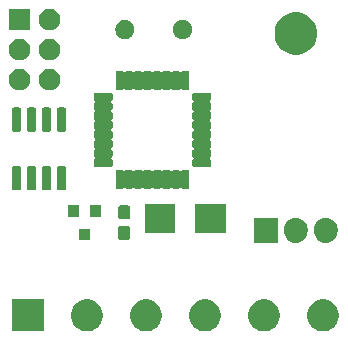
<source format=gbr>
G04 #@! TF.GenerationSoftware,KiCad,Pcbnew,5.1.6-c6e7f7d~86~ubuntu18.04.1*
G04 #@! TF.CreationDate,2020-05-23T21:04:01+02:00*
G04 #@! TF.ProjectId,sci2can,73636932-6361-46e2-9e6b-696361645f70,1.00*
G04 #@! TF.SameCoordinates,Original*
G04 #@! TF.FileFunction,Soldermask,Top*
G04 #@! TF.FilePolarity,Negative*
%FSLAX46Y46*%
G04 Gerber Fmt 4.6, Leading zero omitted, Abs format (unit mm)*
G04 Created by KiCad (PCBNEW 5.1.6-c6e7f7d~86~ubuntu18.04.1) date 2020-05-23 21:04:01*
%MOMM*%
%LPD*%
G01*
G04 APERTURE LIST*
%ADD10C,0.100000*%
G04 APERTURE END LIST*
D10*
G36*
X214594072Y-158350918D02*
G01*
X214839939Y-158452759D01*
X215061212Y-158600610D01*
X215249390Y-158788788D01*
X215397241Y-159010061D01*
X215499082Y-159255928D01*
X215551000Y-159516938D01*
X215551000Y-159783062D01*
X215499082Y-160044072D01*
X215397241Y-160289939D01*
X215249390Y-160511212D01*
X215061212Y-160699390D01*
X214839939Y-160847241D01*
X214839938Y-160847242D01*
X214839937Y-160847242D01*
X214594072Y-160949082D01*
X214333063Y-161001000D01*
X214066937Y-161001000D01*
X213805928Y-160949082D01*
X213560063Y-160847242D01*
X213560062Y-160847242D01*
X213560061Y-160847241D01*
X213338788Y-160699390D01*
X213150610Y-160511212D01*
X213002759Y-160289939D01*
X212900918Y-160044072D01*
X212849000Y-159783062D01*
X212849000Y-159516938D01*
X212900918Y-159255928D01*
X213002759Y-159010061D01*
X213150610Y-158788788D01*
X213338788Y-158600610D01*
X213560061Y-158452759D01*
X213805928Y-158350918D01*
X214066937Y-158299000D01*
X214333063Y-158299000D01*
X214594072Y-158350918D01*
G37*
G36*
X209594072Y-158350918D02*
G01*
X209839939Y-158452759D01*
X210061212Y-158600610D01*
X210249390Y-158788788D01*
X210397241Y-159010061D01*
X210499082Y-159255928D01*
X210551000Y-159516938D01*
X210551000Y-159783062D01*
X210499082Y-160044072D01*
X210397241Y-160289939D01*
X210249390Y-160511212D01*
X210061212Y-160699390D01*
X209839939Y-160847241D01*
X209839938Y-160847242D01*
X209839937Y-160847242D01*
X209594072Y-160949082D01*
X209333063Y-161001000D01*
X209066937Y-161001000D01*
X208805928Y-160949082D01*
X208560063Y-160847242D01*
X208560062Y-160847242D01*
X208560061Y-160847241D01*
X208338788Y-160699390D01*
X208150610Y-160511212D01*
X208002759Y-160289939D01*
X207900918Y-160044072D01*
X207849000Y-159783062D01*
X207849000Y-159516938D01*
X207900918Y-159255928D01*
X208002759Y-159010061D01*
X208150610Y-158788788D01*
X208338788Y-158600610D01*
X208560061Y-158452759D01*
X208805928Y-158350918D01*
X209066937Y-158299000D01*
X209333063Y-158299000D01*
X209594072Y-158350918D01*
G37*
G36*
X204594072Y-158350918D02*
G01*
X204839939Y-158452759D01*
X205061212Y-158600610D01*
X205249390Y-158788788D01*
X205397241Y-159010061D01*
X205499082Y-159255928D01*
X205551000Y-159516938D01*
X205551000Y-159783062D01*
X205499082Y-160044072D01*
X205397241Y-160289939D01*
X205249390Y-160511212D01*
X205061212Y-160699390D01*
X204839939Y-160847241D01*
X204839938Y-160847242D01*
X204839937Y-160847242D01*
X204594072Y-160949082D01*
X204333063Y-161001000D01*
X204066937Y-161001000D01*
X203805928Y-160949082D01*
X203560063Y-160847242D01*
X203560062Y-160847242D01*
X203560061Y-160847241D01*
X203338788Y-160699390D01*
X203150610Y-160511212D01*
X203002759Y-160289939D01*
X202900918Y-160044072D01*
X202849000Y-159783062D01*
X202849000Y-159516938D01*
X202900918Y-159255928D01*
X203002759Y-159010061D01*
X203150610Y-158788788D01*
X203338788Y-158600610D01*
X203560061Y-158452759D01*
X203805928Y-158350918D01*
X204066937Y-158299000D01*
X204333063Y-158299000D01*
X204594072Y-158350918D01*
G37*
G36*
X200551000Y-161001000D02*
G01*
X197849000Y-161001000D01*
X197849000Y-158299000D01*
X200551000Y-158299000D01*
X200551000Y-161001000D01*
G37*
G36*
X224594072Y-158350918D02*
G01*
X224839939Y-158452759D01*
X225061212Y-158600610D01*
X225249390Y-158788788D01*
X225397241Y-159010061D01*
X225499082Y-159255928D01*
X225551000Y-159516938D01*
X225551000Y-159783062D01*
X225499082Y-160044072D01*
X225397241Y-160289939D01*
X225249390Y-160511212D01*
X225061212Y-160699390D01*
X224839939Y-160847241D01*
X224839938Y-160847242D01*
X224839937Y-160847242D01*
X224594072Y-160949082D01*
X224333063Y-161001000D01*
X224066937Y-161001000D01*
X223805928Y-160949082D01*
X223560063Y-160847242D01*
X223560062Y-160847242D01*
X223560061Y-160847241D01*
X223338788Y-160699390D01*
X223150610Y-160511212D01*
X223002759Y-160289939D01*
X222900918Y-160044072D01*
X222849000Y-159783062D01*
X222849000Y-159516938D01*
X222900918Y-159255928D01*
X223002759Y-159010061D01*
X223150610Y-158788788D01*
X223338788Y-158600610D01*
X223560061Y-158452759D01*
X223805928Y-158350918D01*
X224066937Y-158299000D01*
X224333063Y-158299000D01*
X224594072Y-158350918D01*
G37*
G36*
X219594072Y-158350918D02*
G01*
X219839939Y-158452759D01*
X220061212Y-158600610D01*
X220249390Y-158788788D01*
X220397241Y-159010061D01*
X220499082Y-159255928D01*
X220551000Y-159516938D01*
X220551000Y-159783062D01*
X220499082Y-160044072D01*
X220397241Y-160289939D01*
X220249390Y-160511212D01*
X220061212Y-160699390D01*
X219839939Y-160847241D01*
X219839938Y-160847242D01*
X219839937Y-160847242D01*
X219594072Y-160949082D01*
X219333063Y-161001000D01*
X219066937Y-161001000D01*
X218805928Y-160949082D01*
X218560063Y-160847242D01*
X218560062Y-160847242D01*
X218560061Y-160847241D01*
X218338788Y-160699390D01*
X218150610Y-160511212D01*
X218002759Y-160289939D01*
X217900918Y-160044072D01*
X217849000Y-159783062D01*
X217849000Y-159516938D01*
X217900918Y-159255928D01*
X218002759Y-159010061D01*
X218150610Y-158788788D01*
X218338788Y-158600610D01*
X218560061Y-158452759D01*
X218805928Y-158350918D01*
X219066937Y-158299000D01*
X219333063Y-158299000D01*
X219594072Y-158350918D01*
G37*
G36*
X224626719Y-151413520D02*
G01*
X224768989Y-151456677D01*
X224815883Y-151470902D01*
X224872192Y-151501000D01*
X224990212Y-151564083D01*
X225143015Y-151689485D01*
X225268417Y-151842288D01*
X225361599Y-152016619D01*
X225418980Y-152205780D01*
X225433500Y-152353206D01*
X225433500Y-152546793D01*
X225418980Y-152694219D01*
X225361599Y-152883380D01*
X225361598Y-152883383D01*
X225312182Y-152975833D01*
X225268417Y-153057712D01*
X225143015Y-153210515D01*
X224990212Y-153335917D01*
X224815881Y-153429099D01*
X224626720Y-153486480D01*
X224430000Y-153505855D01*
X224233281Y-153486480D01*
X224044120Y-153429099D01*
X223869788Y-153335917D01*
X223716985Y-153210515D01*
X223591583Y-153057712D01*
X223498401Y-152883381D01*
X223441020Y-152694220D01*
X223426500Y-152546794D01*
X223426500Y-152353207D01*
X223441020Y-152205781D01*
X223498401Y-152016620D01*
X223498402Y-152016617D01*
X223547818Y-151924167D01*
X223591583Y-151842288D01*
X223716985Y-151689485D01*
X223869788Y-151564083D01*
X224044119Y-151470901D01*
X224233280Y-151413520D01*
X224430000Y-151394145D01*
X224626719Y-151413520D01*
G37*
G36*
X222086719Y-151413520D02*
G01*
X222228989Y-151456677D01*
X222275883Y-151470902D01*
X222332192Y-151501000D01*
X222450212Y-151564083D01*
X222603015Y-151689485D01*
X222728417Y-151842288D01*
X222821599Y-152016619D01*
X222878980Y-152205780D01*
X222893500Y-152353206D01*
X222893500Y-152546793D01*
X222878980Y-152694219D01*
X222821599Y-152883380D01*
X222821598Y-152883383D01*
X222772182Y-152975833D01*
X222728417Y-153057712D01*
X222603015Y-153210515D01*
X222450212Y-153335917D01*
X222275881Y-153429099D01*
X222086720Y-153486480D01*
X221890000Y-153505855D01*
X221693281Y-153486480D01*
X221504120Y-153429099D01*
X221329788Y-153335917D01*
X221176985Y-153210515D01*
X221051583Y-153057712D01*
X220958401Y-152883381D01*
X220901020Y-152694220D01*
X220886500Y-152546794D01*
X220886500Y-152353207D01*
X220901020Y-152205781D01*
X220958401Y-152016620D01*
X220958402Y-152016617D01*
X221007818Y-151924167D01*
X221051583Y-151842288D01*
X221176985Y-151689485D01*
X221329788Y-151564083D01*
X221504119Y-151470901D01*
X221693280Y-151413520D01*
X221890000Y-151394145D01*
X222086719Y-151413520D01*
G37*
G36*
X220353500Y-153501000D02*
G01*
X218346500Y-153501000D01*
X218346500Y-151399000D01*
X220353500Y-151399000D01*
X220353500Y-153501000D01*
G37*
G36*
X204451000Y-153301000D02*
G01*
X203549000Y-153301000D01*
X203549000Y-152299000D01*
X204451000Y-152299000D01*
X204451000Y-153301000D01*
G37*
G36*
X207714499Y-152103445D02*
G01*
X207751995Y-152114820D01*
X207786554Y-152133292D01*
X207816847Y-152158153D01*
X207841708Y-152188446D01*
X207860180Y-152223005D01*
X207871555Y-152260501D01*
X207876000Y-152305638D01*
X207876000Y-153044362D01*
X207871555Y-153089499D01*
X207860180Y-153126995D01*
X207841708Y-153161554D01*
X207816847Y-153191847D01*
X207786554Y-153216708D01*
X207751995Y-153235180D01*
X207714499Y-153246555D01*
X207669362Y-153251000D01*
X207030638Y-153251000D01*
X206985501Y-153246555D01*
X206948005Y-153235180D01*
X206913446Y-153216708D01*
X206883153Y-153191847D01*
X206858292Y-153161554D01*
X206839820Y-153126995D01*
X206828445Y-153089499D01*
X206824000Y-153044362D01*
X206824000Y-152305638D01*
X206828445Y-152260501D01*
X206839820Y-152223005D01*
X206858292Y-152188446D01*
X206883153Y-152158153D01*
X206913446Y-152133292D01*
X206948005Y-152114820D01*
X206985501Y-152103445D01*
X207030638Y-152099000D01*
X207669362Y-152099000D01*
X207714499Y-152103445D01*
G37*
G36*
X211701000Y-152651000D02*
G01*
X209099000Y-152651000D01*
X209099000Y-150249000D01*
X211701000Y-150249000D01*
X211701000Y-152651000D01*
G37*
G36*
X216001000Y-152651000D02*
G01*
X213399000Y-152651000D01*
X213399000Y-150249000D01*
X216001000Y-150249000D01*
X216001000Y-152651000D01*
G37*
G36*
X207714499Y-150353445D02*
G01*
X207751995Y-150364820D01*
X207786554Y-150383292D01*
X207816847Y-150408153D01*
X207841708Y-150438446D01*
X207860180Y-150473005D01*
X207871555Y-150510501D01*
X207876000Y-150555638D01*
X207876000Y-151294362D01*
X207871555Y-151339499D01*
X207860180Y-151376995D01*
X207841708Y-151411554D01*
X207816847Y-151441847D01*
X207786554Y-151466708D01*
X207751995Y-151485180D01*
X207714499Y-151496555D01*
X207669362Y-151501000D01*
X207030638Y-151501000D01*
X206985501Y-151496555D01*
X206948005Y-151485180D01*
X206913446Y-151466708D01*
X206883153Y-151441847D01*
X206858292Y-151411554D01*
X206839820Y-151376995D01*
X206828445Y-151339499D01*
X206824000Y-151294362D01*
X206824000Y-150555638D01*
X206828445Y-150510501D01*
X206839820Y-150473005D01*
X206858292Y-150438446D01*
X206883153Y-150408153D01*
X206913446Y-150383292D01*
X206948005Y-150364820D01*
X206985501Y-150353445D01*
X207030638Y-150349000D01*
X207669362Y-150349000D01*
X207714499Y-150353445D01*
G37*
G36*
X203501000Y-151301000D02*
G01*
X202599000Y-151301000D01*
X202599000Y-150299000D01*
X203501000Y-150299000D01*
X203501000Y-151301000D01*
G37*
G36*
X205401000Y-151301000D02*
G01*
X204499000Y-151301000D01*
X204499000Y-150299000D01*
X205401000Y-150299000D01*
X205401000Y-151301000D01*
G37*
G36*
X202314928Y-147001764D02*
G01*
X202336009Y-147008160D01*
X202355445Y-147018548D01*
X202372476Y-147032524D01*
X202386452Y-147049555D01*
X202396840Y-147068991D01*
X202403236Y-147090072D01*
X202406000Y-147118140D01*
X202406000Y-148931860D01*
X202403236Y-148959928D01*
X202396840Y-148981009D01*
X202386452Y-149000445D01*
X202372476Y-149017476D01*
X202355445Y-149031452D01*
X202336009Y-149041840D01*
X202314928Y-149048236D01*
X202286860Y-149051000D01*
X201823140Y-149051000D01*
X201795072Y-149048236D01*
X201773991Y-149041840D01*
X201754555Y-149031452D01*
X201737524Y-149017476D01*
X201723548Y-149000445D01*
X201713160Y-148981009D01*
X201706764Y-148959928D01*
X201704000Y-148931860D01*
X201704000Y-147118140D01*
X201706764Y-147090072D01*
X201713160Y-147068991D01*
X201723548Y-147049555D01*
X201737524Y-147032524D01*
X201754555Y-147018548D01*
X201773991Y-147008160D01*
X201795072Y-147001764D01*
X201823140Y-146999000D01*
X202286860Y-146999000D01*
X202314928Y-147001764D01*
G37*
G36*
X198504928Y-147001764D02*
G01*
X198526009Y-147008160D01*
X198545445Y-147018548D01*
X198562476Y-147032524D01*
X198576452Y-147049555D01*
X198586840Y-147068991D01*
X198593236Y-147090072D01*
X198596000Y-147118140D01*
X198596000Y-148931860D01*
X198593236Y-148959928D01*
X198586840Y-148981009D01*
X198576452Y-149000445D01*
X198562476Y-149017476D01*
X198545445Y-149031452D01*
X198526009Y-149041840D01*
X198504928Y-149048236D01*
X198476860Y-149051000D01*
X198013140Y-149051000D01*
X197985072Y-149048236D01*
X197963991Y-149041840D01*
X197944555Y-149031452D01*
X197927524Y-149017476D01*
X197913548Y-149000445D01*
X197903160Y-148981009D01*
X197896764Y-148959928D01*
X197894000Y-148931860D01*
X197894000Y-147118140D01*
X197896764Y-147090072D01*
X197903160Y-147068991D01*
X197913548Y-147049555D01*
X197927524Y-147032524D01*
X197944555Y-147018548D01*
X197963991Y-147008160D01*
X197985072Y-147001764D01*
X198013140Y-146999000D01*
X198476860Y-146999000D01*
X198504928Y-147001764D01*
G37*
G36*
X199774928Y-147001764D02*
G01*
X199796009Y-147008160D01*
X199815445Y-147018548D01*
X199832476Y-147032524D01*
X199846452Y-147049555D01*
X199856840Y-147068991D01*
X199863236Y-147090072D01*
X199866000Y-147118140D01*
X199866000Y-148931860D01*
X199863236Y-148959928D01*
X199856840Y-148981009D01*
X199846452Y-149000445D01*
X199832476Y-149017476D01*
X199815445Y-149031452D01*
X199796009Y-149041840D01*
X199774928Y-149048236D01*
X199746860Y-149051000D01*
X199283140Y-149051000D01*
X199255072Y-149048236D01*
X199233991Y-149041840D01*
X199214555Y-149031452D01*
X199197524Y-149017476D01*
X199183548Y-149000445D01*
X199173160Y-148981009D01*
X199166764Y-148959928D01*
X199164000Y-148931860D01*
X199164000Y-147118140D01*
X199166764Y-147090072D01*
X199173160Y-147068991D01*
X199183548Y-147049555D01*
X199197524Y-147032524D01*
X199214555Y-147018548D01*
X199233991Y-147008160D01*
X199255072Y-147001764D01*
X199283140Y-146999000D01*
X199746860Y-146999000D01*
X199774928Y-147001764D01*
G37*
G36*
X201044928Y-147001764D02*
G01*
X201066009Y-147008160D01*
X201085445Y-147018548D01*
X201102476Y-147032524D01*
X201116452Y-147049555D01*
X201126840Y-147068991D01*
X201133236Y-147090072D01*
X201136000Y-147118140D01*
X201136000Y-148931860D01*
X201133236Y-148959928D01*
X201126840Y-148981009D01*
X201116452Y-149000445D01*
X201102476Y-149017476D01*
X201085445Y-149031452D01*
X201066009Y-149041840D01*
X201044928Y-149048236D01*
X201016860Y-149051000D01*
X200553140Y-149051000D01*
X200525072Y-149048236D01*
X200503991Y-149041840D01*
X200484555Y-149031452D01*
X200467524Y-149017476D01*
X200453548Y-149000445D01*
X200443160Y-148981009D01*
X200436764Y-148959928D01*
X200434000Y-148931860D01*
X200434000Y-147118140D01*
X200436764Y-147090072D01*
X200443160Y-147068991D01*
X200453548Y-147049555D01*
X200467524Y-147032524D01*
X200484555Y-147018548D01*
X200503991Y-147008160D01*
X200525072Y-147001764D01*
X200553140Y-146999000D01*
X201016860Y-146999000D01*
X201044928Y-147001764D01*
G37*
G36*
X207180051Y-147326284D02*
G01*
X207196443Y-147331257D01*
X207211555Y-147339334D01*
X207224798Y-147350202D01*
X207235667Y-147363447D01*
X207239761Y-147371106D01*
X207253374Y-147391480D01*
X207270701Y-147408807D01*
X207291076Y-147422421D01*
X207313714Y-147431798D01*
X207337748Y-147436579D01*
X207362252Y-147436579D01*
X207386285Y-147431799D01*
X207408924Y-147422421D01*
X207429298Y-147408808D01*
X207446625Y-147391481D01*
X207460239Y-147371106D01*
X207464333Y-147363447D01*
X207475202Y-147350202D01*
X207488445Y-147339334D01*
X207503557Y-147331257D01*
X207519949Y-147326284D01*
X207543141Y-147324000D01*
X207956859Y-147324000D01*
X207980051Y-147326284D01*
X207996443Y-147331257D01*
X208011555Y-147339334D01*
X208024798Y-147350202D01*
X208035667Y-147363447D01*
X208039761Y-147371106D01*
X208053374Y-147391480D01*
X208070701Y-147408807D01*
X208091076Y-147422421D01*
X208113714Y-147431798D01*
X208137748Y-147436579D01*
X208162252Y-147436579D01*
X208186285Y-147431799D01*
X208208924Y-147422421D01*
X208229298Y-147408808D01*
X208246625Y-147391481D01*
X208260239Y-147371106D01*
X208264333Y-147363447D01*
X208275202Y-147350202D01*
X208288445Y-147339334D01*
X208303557Y-147331257D01*
X208319949Y-147326284D01*
X208343141Y-147324000D01*
X208756859Y-147324000D01*
X208780051Y-147326284D01*
X208796443Y-147331257D01*
X208811555Y-147339334D01*
X208824798Y-147350202D01*
X208835667Y-147363447D01*
X208839761Y-147371106D01*
X208853374Y-147391480D01*
X208870701Y-147408807D01*
X208891076Y-147422421D01*
X208913714Y-147431798D01*
X208937748Y-147436579D01*
X208962252Y-147436579D01*
X208986285Y-147431799D01*
X209008924Y-147422421D01*
X209029298Y-147408808D01*
X209046625Y-147391481D01*
X209060239Y-147371106D01*
X209064333Y-147363447D01*
X209075202Y-147350202D01*
X209088445Y-147339334D01*
X209103557Y-147331257D01*
X209119949Y-147326284D01*
X209143141Y-147324000D01*
X209556859Y-147324000D01*
X209580051Y-147326284D01*
X209596443Y-147331257D01*
X209611555Y-147339334D01*
X209624798Y-147350202D01*
X209635667Y-147363447D01*
X209639761Y-147371106D01*
X209653374Y-147391480D01*
X209670701Y-147408807D01*
X209691076Y-147422421D01*
X209713714Y-147431798D01*
X209737748Y-147436579D01*
X209762252Y-147436579D01*
X209786285Y-147431799D01*
X209808924Y-147422421D01*
X209829298Y-147408808D01*
X209846625Y-147391481D01*
X209860239Y-147371106D01*
X209864333Y-147363447D01*
X209875202Y-147350202D01*
X209888445Y-147339334D01*
X209903557Y-147331257D01*
X209919949Y-147326284D01*
X209943141Y-147324000D01*
X210356859Y-147324000D01*
X210380051Y-147326284D01*
X210396443Y-147331257D01*
X210411555Y-147339334D01*
X210424798Y-147350202D01*
X210435667Y-147363447D01*
X210439761Y-147371106D01*
X210453374Y-147391480D01*
X210470701Y-147408807D01*
X210491076Y-147422421D01*
X210513714Y-147431798D01*
X210537748Y-147436579D01*
X210562252Y-147436579D01*
X210586285Y-147431799D01*
X210608924Y-147422421D01*
X210629298Y-147408808D01*
X210646625Y-147391481D01*
X210660239Y-147371106D01*
X210664333Y-147363447D01*
X210675202Y-147350202D01*
X210688445Y-147339334D01*
X210703557Y-147331257D01*
X210719949Y-147326284D01*
X210743141Y-147324000D01*
X211156859Y-147324000D01*
X211180051Y-147326284D01*
X211196443Y-147331257D01*
X211211555Y-147339334D01*
X211224798Y-147350202D01*
X211235667Y-147363447D01*
X211239761Y-147371106D01*
X211253374Y-147391480D01*
X211270701Y-147408807D01*
X211291076Y-147422421D01*
X211313714Y-147431798D01*
X211337748Y-147436579D01*
X211362252Y-147436579D01*
X211386285Y-147431799D01*
X211408924Y-147422421D01*
X211429298Y-147408808D01*
X211446625Y-147391481D01*
X211460239Y-147371106D01*
X211464333Y-147363447D01*
X211475202Y-147350202D01*
X211488445Y-147339334D01*
X211503557Y-147331257D01*
X211519949Y-147326284D01*
X211543141Y-147324000D01*
X211956859Y-147324000D01*
X211980051Y-147326284D01*
X211996443Y-147331257D01*
X212011555Y-147339334D01*
X212024798Y-147350202D01*
X212035667Y-147363447D01*
X212039761Y-147371106D01*
X212053374Y-147391480D01*
X212070701Y-147408807D01*
X212091076Y-147422421D01*
X212113714Y-147431798D01*
X212137748Y-147436579D01*
X212162252Y-147436579D01*
X212186285Y-147431799D01*
X212208924Y-147422421D01*
X212229298Y-147408808D01*
X212246625Y-147391481D01*
X212260239Y-147371106D01*
X212264333Y-147363447D01*
X212275202Y-147350202D01*
X212288445Y-147339334D01*
X212303557Y-147331257D01*
X212319949Y-147326284D01*
X212343141Y-147324000D01*
X212756859Y-147324000D01*
X212780051Y-147326284D01*
X212796443Y-147331257D01*
X212811555Y-147339334D01*
X212824798Y-147350202D01*
X212835666Y-147363445D01*
X212843743Y-147378557D01*
X212848716Y-147394949D01*
X212851000Y-147418141D01*
X212851000Y-148831859D01*
X212848716Y-148855051D01*
X212843743Y-148871443D01*
X212835666Y-148886555D01*
X212824798Y-148899798D01*
X212811555Y-148910666D01*
X212796443Y-148918743D01*
X212780051Y-148923716D01*
X212756859Y-148926000D01*
X212343141Y-148926000D01*
X212319949Y-148923716D01*
X212303557Y-148918743D01*
X212288445Y-148910666D01*
X212275202Y-148899798D01*
X212264333Y-148886553D01*
X212260239Y-148878894D01*
X212246626Y-148858520D01*
X212229299Y-148841193D01*
X212208924Y-148827579D01*
X212186286Y-148818202D01*
X212162252Y-148813421D01*
X212137748Y-148813421D01*
X212113715Y-148818201D01*
X212091076Y-148827579D01*
X212070702Y-148841192D01*
X212053375Y-148858519D01*
X212039761Y-148878894D01*
X212035667Y-148886553D01*
X212024798Y-148899798D01*
X212011555Y-148910666D01*
X211996443Y-148918743D01*
X211980051Y-148923716D01*
X211956859Y-148926000D01*
X211543141Y-148926000D01*
X211519949Y-148923716D01*
X211503557Y-148918743D01*
X211488445Y-148910666D01*
X211475202Y-148899798D01*
X211464333Y-148886553D01*
X211460239Y-148878894D01*
X211446626Y-148858520D01*
X211429299Y-148841193D01*
X211408924Y-148827579D01*
X211386286Y-148818202D01*
X211362252Y-148813421D01*
X211337748Y-148813421D01*
X211313715Y-148818201D01*
X211291076Y-148827579D01*
X211270702Y-148841192D01*
X211253375Y-148858519D01*
X211239761Y-148878894D01*
X211235667Y-148886553D01*
X211224798Y-148899798D01*
X211211555Y-148910666D01*
X211196443Y-148918743D01*
X211180051Y-148923716D01*
X211156859Y-148926000D01*
X210743141Y-148926000D01*
X210719949Y-148923716D01*
X210703557Y-148918743D01*
X210688445Y-148910666D01*
X210675202Y-148899798D01*
X210664333Y-148886553D01*
X210660239Y-148878894D01*
X210646626Y-148858520D01*
X210629299Y-148841193D01*
X210608924Y-148827579D01*
X210586286Y-148818202D01*
X210562252Y-148813421D01*
X210537748Y-148813421D01*
X210513715Y-148818201D01*
X210491076Y-148827579D01*
X210470702Y-148841192D01*
X210453375Y-148858519D01*
X210439761Y-148878894D01*
X210435667Y-148886553D01*
X210424798Y-148899798D01*
X210411555Y-148910666D01*
X210396443Y-148918743D01*
X210380051Y-148923716D01*
X210356859Y-148926000D01*
X209943141Y-148926000D01*
X209919949Y-148923716D01*
X209903557Y-148918743D01*
X209888445Y-148910666D01*
X209875202Y-148899798D01*
X209864333Y-148886553D01*
X209860239Y-148878894D01*
X209846626Y-148858520D01*
X209829299Y-148841193D01*
X209808924Y-148827579D01*
X209786286Y-148818202D01*
X209762252Y-148813421D01*
X209737748Y-148813421D01*
X209713715Y-148818201D01*
X209691076Y-148827579D01*
X209670702Y-148841192D01*
X209653375Y-148858519D01*
X209639761Y-148878894D01*
X209635667Y-148886553D01*
X209624798Y-148899798D01*
X209611555Y-148910666D01*
X209596443Y-148918743D01*
X209580051Y-148923716D01*
X209556859Y-148926000D01*
X209143141Y-148926000D01*
X209119949Y-148923716D01*
X209103557Y-148918743D01*
X209088445Y-148910666D01*
X209075202Y-148899798D01*
X209064333Y-148886553D01*
X209060239Y-148878894D01*
X209046626Y-148858520D01*
X209029299Y-148841193D01*
X209008924Y-148827579D01*
X208986286Y-148818202D01*
X208962252Y-148813421D01*
X208937748Y-148813421D01*
X208913715Y-148818201D01*
X208891076Y-148827579D01*
X208870702Y-148841192D01*
X208853375Y-148858519D01*
X208839761Y-148878894D01*
X208835667Y-148886553D01*
X208824798Y-148899798D01*
X208811555Y-148910666D01*
X208796443Y-148918743D01*
X208780051Y-148923716D01*
X208756859Y-148926000D01*
X208343141Y-148926000D01*
X208319949Y-148923716D01*
X208303557Y-148918743D01*
X208288445Y-148910666D01*
X208275202Y-148899798D01*
X208264333Y-148886553D01*
X208260239Y-148878894D01*
X208246626Y-148858520D01*
X208229299Y-148841193D01*
X208208924Y-148827579D01*
X208186286Y-148818202D01*
X208162252Y-148813421D01*
X208137748Y-148813421D01*
X208113715Y-148818201D01*
X208091076Y-148827579D01*
X208070702Y-148841192D01*
X208053375Y-148858519D01*
X208039761Y-148878894D01*
X208035667Y-148886553D01*
X208024798Y-148899798D01*
X208011555Y-148910666D01*
X207996443Y-148918743D01*
X207980051Y-148923716D01*
X207956859Y-148926000D01*
X207543141Y-148926000D01*
X207519949Y-148923716D01*
X207503557Y-148918743D01*
X207488445Y-148910666D01*
X207475202Y-148899798D01*
X207464333Y-148886553D01*
X207460239Y-148878894D01*
X207446626Y-148858520D01*
X207429299Y-148841193D01*
X207408924Y-148827579D01*
X207386286Y-148818202D01*
X207362252Y-148813421D01*
X207337748Y-148813421D01*
X207313715Y-148818201D01*
X207291076Y-148827579D01*
X207270702Y-148841192D01*
X207253375Y-148858519D01*
X207239761Y-148878894D01*
X207235667Y-148886553D01*
X207224798Y-148899798D01*
X207211555Y-148910666D01*
X207196443Y-148918743D01*
X207180051Y-148923716D01*
X207156859Y-148926000D01*
X206743141Y-148926000D01*
X206719949Y-148923716D01*
X206703557Y-148918743D01*
X206688445Y-148910666D01*
X206675202Y-148899798D01*
X206664334Y-148886555D01*
X206656257Y-148871443D01*
X206651284Y-148855051D01*
X206649000Y-148831859D01*
X206649000Y-147418141D01*
X206651284Y-147394949D01*
X206656257Y-147378557D01*
X206664334Y-147363445D01*
X206675202Y-147350202D01*
X206688445Y-147339334D01*
X206703557Y-147331257D01*
X206719949Y-147326284D01*
X206743141Y-147324000D01*
X207156859Y-147324000D01*
X207180051Y-147326284D01*
G37*
G36*
X206305051Y-140851284D02*
G01*
X206321443Y-140856257D01*
X206336555Y-140864334D01*
X206349798Y-140875202D01*
X206360666Y-140888445D01*
X206368743Y-140903557D01*
X206373716Y-140919949D01*
X206376000Y-140943141D01*
X206376000Y-141356859D01*
X206373716Y-141380051D01*
X206368743Y-141396443D01*
X206360666Y-141411555D01*
X206349798Y-141424798D01*
X206336553Y-141435667D01*
X206328894Y-141439761D01*
X206308520Y-141453374D01*
X206291193Y-141470701D01*
X206277579Y-141491076D01*
X206268202Y-141513714D01*
X206263421Y-141537748D01*
X206263421Y-141562252D01*
X206268201Y-141586285D01*
X206277579Y-141608924D01*
X206291192Y-141629298D01*
X206308519Y-141646625D01*
X206328894Y-141660239D01*
X206336553Y-141664333D01*
X206349798Y-141675202D01*
X206360666Y-141688445D01*
X206368743Y-141703557D01*
X206373716Y-141719949D01*
X206376000Y-141743141D01*
X206376000Y-142156859D01*
X206373716Y-142180051D01*
X206368743Y-142196443D01*
X206360666Y-142211555D01*
X206349798Y-142224798D01*
X206336553Y-142235667D01*
X206328894Y-142239761D01*
X206308520Y-142253374D01*
X206291193Y-142270701D01*
X206277579Y-142291076D01*
X206268202Y-142313714D01*
X206263421Y-142337748D01*
X206263421Y-142362252D01*
X206268201Y-142386285D01*
X206277579Y-142408924D01*
X206291192Y-142429298D01*
X206308519Y-142446625D01*
X206328894Y-142460239D01*
X206336553Y-142464333D01*
X206349798Y-142475202D01*
X206360666Y-142488445D01*
X206368743Y-142503557D01*
X206373716Y-142519949D01*
X206376000Y-142543141D01*
X206376000Y-142956859D01*
X206373716Y-142980051D01*
X206368743Y-142996443D01*
X206360666Y-143011555D01*
X206349798Y-143024798D01*
X206336553Y-143035667D01*
X206328894Y-143039761D01*
X206308520Y-143053374D01*
X206291193Y-143070701D01*
X206277579Y-143091076D01*
X206268202Y-143113714D01*
X206263421Y-143137748D01*
X206263421Y-143162252D01*
X206268201Y-143186285D01*
X206277579Y-143208924D01*
X206291192Y-143229298D01*
X206308519Y-143246625D01*
X206328894Y-143260239D01*
X206336553Y-143264333D01*
X206349798Y-143275202D01*
X206360666Y-143288445D01*
X206368743Y-143303557D01*
X206373716Y-143319949D01*
X206376000Y-143343141D01*
X206376000Y-143756859D01*
X206373716Y-143780051D01*
X206368743Y-143796443D01*
X206360666Y-143811555D01*
X206349798Y-143824798D01*
X206336553Y-143835667D01*
X206328894Y-143839761D01*
X206308520Y-143853374D01*
X206291193Y-143870701D01*
X206277579Y-143891076D01*
X206268202Y-143913714D01*
X206263421Y-143937748D01*
X206263421Y-143962252D01*
X206268201Y-143986285D01*
X206277579Y-144008924D01*
X206291192Y-144029298D01*
X206308519Y-144046625D01*
X206328894Y-144060239D01*
X206336553Y-144064333D01*
X206349798Y-144075202D01*
X206360666Y-144088445D01*
X206368743Y-144103557D01*
X206373716Y-144119949D01*
X206376000Y-144143141D01*
X206376000Y-144556859D01*
X206373716Y-144580051D01*
X206368743Y-144596443D01*
X206360666Y-144611555D01*
X206349798Y-144624798D01*
X206336553Y-144635667D01*
X206328894Y-144639761D01*
X206308520Y-144653374D01*
X206291193Y-144670701D01*
X206277579Y-144691076D01*
X206268202Y-144713714D01*
X206263421Y-144737748D01*
X206263421Y-144762252D01*
X206268201Y-144786285D01*
X206277579Y-144808924D01*
X206291192Y-144829298D01*
X206308519Y-144846625D01*
X206328894Y-144860239D01*
X206336553Y-144864333D01*
X206349798Y-144875202D01*
X206360666Y-144888445D01*
X206368743Y-144903557D01*
X206373716Y-144919949D01*
X206376000Y-144943141D01*
X206376000Y-145356859D01*
X206373716Y-145380051D01*
X206368743Y-145396443D01*
X206360666Y-145411555D01*
X206349798Y-145424798D01*
X206336553Y-145435667D01*
X206328894Y-145439761D01*
X206308520Y-145453374D01*
X206291193Y-145470701D01*
X206277579Y-145491076D01*
X206268202Y-145513714D01*
X206263421Y-145537748D01*
X206263421Y-145562252D01*
X206268201Y-145586285D01*
X206277579Y-145608924D01*
X206291192Y-145629298D01*
X206308519Y-145646625D01*
X206328894Y-145660239D01*
X206336553Y-145664333D01*
X206349798Y-145675202D01*
X206360666Y-145688445D01*
X206368743Y-145703557D01*
X206373716Y-145719949D01*
X206376000Y-145743141D01*
X206376000Y-146156859D01*
X206373716Y-146180051D01*
X206368743Y-146196443D01*
X206360666Y-146211555D01*
X206349798Y-146224798D01*
X206336553Y-146235667D01*
X206328894Y-146239761D01*
X206308520Y-146253374D01*
X206291193Y-146270701D01*
X206277579Y-146291076D01*
X206268202Y-146313714D01*
X206263421Y-146337748D01*
X206263421Y-146362252D01*
X206268201Y-146386285D01*
X206277579Y-146408924D01*
X206291192Y-146429298D01*
X206308519Y-146446625D01*
X206328894Y-146460239D01*
X206336553Y-146464333D01*
X206349798Y-146475202D01*
X206360666Y-146488445D01*
X206368743Y-146503557D01*
X206373716Y-146519949D01*
X206376000Y-146543141D01*
X206376000Y-146956859D01*
X206373716Y-146980051D01*
X206368743Y-146996443D01*
X206360666Y-147011555D01*
X206349798Y-147024798D01*
X206336555Y-147035666D01*
X206321443Y-147043743D01*
X206305051Y-147048716D01*
X206281859Y-147051000D01*
X204868141Y-147051000D01*
X204844949Y-147048716D01*
X204828557Y-147043743D01*
X204813445Y-147035666D01*
X204800202Y-147024798D01*
X204789334Y-147011555D01*
X204781257Y-146996443D01*
X204776284Y-146980051D01*
X204774000Y-146956859D01*
X204774000Y-146543141D01*
X204776284Y-146519949D01*
X204781257Y-146503557D01*
X204789334Y-146488445D01*
X204800202Y-146475202D01*
X204813447Y-146464333D01*
X204821106Y-146460239D01*
X204841480Y-146446626D01*
X204858807Y-146429299D01*
X204872421Y-146408924D01*
X204881798Y-146386286D01*
X204886579Y-146362252D01*
X204886579Y-146337748D01*
X204881799Y-146313715D01*
X204872421Y-146291076D01*
X204858808Y-146270702D01*
X204841481Y-146253375D01*
X204821106Y-146239761D01*
X204813447Y-146235667D01*
X204800202Y-146224798D01*
X204789334Y-146211555D01*
X204781257Y-146196443D01*
X204776284Y-146180051D01*
X204774000Y-146156859D01*
X204774000Y-145743141D01*
X204776284Y-145719949D01*
X204781257Y-145703557D01*
X204789334Y-145688445D01*
X204800202Y-145675202D01*
X204813447Y-145664333D01*
X204821106Y-145660239D01*
X204841480Y-145646626D01*
X204858807Y-145629299D01*
X204872421Y-145608924D01*
X204881798Y-145586286D01*
X204886579Y-145562252D01*
X204886579Y-145537748D01*
X204881799Y-145513715D01*
X204872421Y-145491076D01*
X204858808Y-145470702D01*
X204841481Y-145453375D01*
X204821106Y-145439761D01*
X204813447Y-145435667D01*
X204800202Y-145424798D01*
X204789334Y-145411555D01*
X204781257Y-145396443D01*
X204776284Y-145380051D01*
X204774000Y-145356859D01*
X204774000Y-144943141D01*
X204776284Y-144919949D01*
X204781257Y-144903557D01*
X204789334Y-144888445D01*
X204800202Y-144875202D01*
X204813447Y-144864333D01*
X204821106Y-144860239D01*
X204841480Y-144846626D01*
X204858807Y-144829299D01*
X204872421Y-144808924D01*
X204881798Y-144786286D01*
X204886579Y-144762252D01*
X204886579Y-144737748D01*
X204881799Y-144713715D01*
X204872421Y-144691076D01*
X204858808Y-144670702D01*
X204841481Y-144653375D01*
X204821106Y-144639761D01*
X204813447Y-144635667D01*
X204800202Y-144624798D01*
X204789334Y-144611555D01*
X204781257Y-144596443D01*
X204776284Y-144580051D01*
X204774000Y-144556859D01*
X204774000Y-144143141D01*
X204776284Y-144119949D01*
X204781257Y-144103557D01*
X204789334Y-144088445D01*
X204800202Y-144075202D01*
X204813447Y-144064333D01*
X204821106Y-144060239D01*
X204841480Y-144046626D01*
X204858807Y-144029299D01*
X204872421Y-144008924D01*
X204881798Y-143986286D01*
X204886579Y-143962252D01*
X204886579Y-143937748D01*
X204881799Y-143913715D01*
X204872421Y-143891076D01*
X204858808Y-143870702D01*
X204841481Y-143853375D01*
X204821106Y-143839761D01*
X204813447Y-143835667D01*
X204800202Y-143824798D01*
X204789334Y-143811555D01*
X204781257Y-143796443D01*
X204776284Y-143780051D01*
X204774000Y-143756859D01*
X204774000Y-143343141D01*
X204776284Y-143319949D01*
X204781257Y-143303557D01*
X204789334Y-143288445D01*
X204800202Y-143275202D01*
X204813447Y-143264333D01*
X204821106Y-143260239D01*
X204841480Y-143246626D01*
X204858807Y-143229299D01*
X204872421Y-143208924D01*
X204881798Y-143186286D01*
X204886579Y-143162252D01*
X204886579Y-143137748D01*
X204881799Y-143113715D01*
X204872421Y-143091076D01*
X204858808Y-143070702D01*
X204841481Y-143053375D01*
X204821106Y-143039761D01*
X204813447Y-143035667D01*
X204800202Y-143024798D01*
X204789334Y-143011555D01*
X204781257Y-142996443D01*
X204776284Y-142980051D01*
X204774000Y-142956859D01*
X204774000Y-142543141D01*
X204776284Y-142519949D01*
X204781257Y-142503557D01*
X204789334Y-142488445D01*
X204800202Y-142475202D01*
X204813447Y-142464333D01*
X204821106Y-142460239D01*
X204841480Y-142446626D01*
X204858807Y-142429299D01*
X204872421Y-142408924D01*
X204881798Y-142386286D01*
X204886579Y-142362252D01*
X204886579Y-142337748D01*
X204881799Y-142313715D01*
X204872421Y-142291076D01*
X204858808Y-142270702D01*
X204841481Y-142253375D01*
X204821106Y-142239761D01*
X204813447Y-142235667D01*
X204800202Y-142224798D01*
X204789334Y-142211555D01*
X204781257Y-142196443D01*
X204776284Y-142180051D01*
X204774000Y-142156859D01*
X204774000Y-141743141D01*
X204776284Y-141719949D01*
X204781257Y-141703557D01*
X204789334Y-141688445D01*
X204800202Y-141675202D01*
X204813447Y-141664333D01*
X204821106Y-141660239D01*
X204841480Y-141646626D01*
X204858807Y-141629299D01*
X204872421Y-141608924D01*
X204881798Y-141586286D01*
X204886579Y-141562252D01*
X204886579Y-141537748D01*
X204881799Y-141513715D01*
X204872421Y-141491076D01*
X204858808Y-141470702D01*
X204841481Y-141453375D01*
X204821106Y-141439761D01*
X204813447Y-141435667D01*
X204800202Y-141424798D01*
X204789334Y-141411555D01*
X204781257Y-141396443D01*
X204776284Y-141380051D01*
X204774000Y-141356859D01*
X204774000Y-140943141D01*
X204776284Y-140919949D01*
X204781257Y-140903557D01*
X204789334Y-140888445D01*
X204800202Y-140875202D01*
X204813445Y-140864334D01*
X204828557Y-140856257D01*
X204844949Y-140851284D01*
X204868141Y-140849000D01*
X206281859Y-140849000D01*
X206305051Y-140851284D01*
G37*
G36*
X214655051Y-140851284D02*
G01*
X214671443Y-140856257D01*
X214686555Y-140864334D01*
X214699798Y-140875202D01*
X214710666Y-140888445D01*
X214718743Y-140903557D01*
X214723716Y-140919949D01*
X214726000Y-140943141D01*
X214726000Y-141356859D01*
X214723716Y-141380051D01*
X214718743Y-141396443D01*
X214710666Y-141411555D01*
X214699798Y-141424798D01*
X214686553Y-141435667D01*
X214678894Y-141439761D01*
X214658520Y-141453374D01*
X214641193Y-141470701D01*
X214627579Y-141491076D01*
X214618202Y-141513714D01*
X214613421Y-141537748D01*
X214613421Y-141562252D01*
X214618201Y-141586285D01*
X214627579Y-141608924D01*
X214641192Y-141629298D01*
X214658519Y-141646625D01*
X214678894Y-141660239D01*
X214686553Y-141664333D01*
X214699798Y-141675202D01*
X214710666Y-141688445D01*
X214718743Y-141703557D01*
X214723716Y-141719949D01*
X214726000Y-141743141D01*
X214726000Y-142156859D01*
X214723716Y-142180051D01*
X214718743Y-142196443D01*
X214710666Y-142211555D01*
X214699798Y-142224798D01*
X214686553Y-142235667D01*
X214678894Y-142239761D01*
X214658520Y-142253374D01*
X214641193Y-142270701D01*
X214627579Y-142291076D01*
X214618202Y-142313714D01*
X214613421Y-142337748D01*
X214613421Y-142362252D01*
X214618201Y-142386285D01*
X214627579Y-142408924D01*
X214641192Y-142429298D01*
X214658519Y-142446625D01*
X214678894Y-142460239D01*
X214686553Y-142464333D01*
X214699798Y-142475202D01*
X214710666Y-142488445D01*
X214718743Y-142503557D01*
X214723716Y-142519949D01*
X214726000Y-142543141D01*
X214726000Y-142956859D01*
X214723716Y-142980051D01*
X214718743Y-142996443D01*
X214710666Y-143011555D01*
X214699798Y-143024798D01*
X214686553Y-143035667D01*
X214678894Y-143039761D01*
X214658520Y-143053374D01*
X214641193Y-143070701D01*
X214627579Y-143091076D01*
X214618202Y-143113714D01*
X214613421Y-143137748D01*
X214613421Y-143162252D01*
X214618201Y-143186285D01*
X214627579Y-143208924D01*
X214641192Y-143229298D01*
X214658519Y-143246625D01*
X214678894Y-143260239D01*
X214686553Y-143264333D01*
X214699798Y-143275202D01*
X214710666Y-143288445D01*
X214718743Y-143303557D01*
X214723716Y-143319949D01*
X214726000Y-143343141D01*
X214726000Y-143756859D01*
X214723716Y-143780051D01*
X214718743Y-143796443D01*
X214710666Y-143811555D01*
X214699798Y-143824798D01*
X214686553Y-143835667D01*
X214678894Y-143839761D01*
X214658520Y-143853374D01*
X214641193Y-143870701D01*
X214627579Y-143891076D01*
X214618202Y-143913714D01*
X214613421Y-143937748D01*
X214613421Y-143962252D01*
X214618201Y-143986285D01*
X214627579Y-144008924D01*
X214641192Y-144029298D01*
X214658519Y-144046625D01*
X214678894Y-144060239D01*
X214686553Y-144064333D01*
X214699798Y-144075202D01*
X214710666Y-144088445D01*
X214718743Y-144103557D01*
X214723716Y-144119949D01*
X214726000Y-144143141D01*
X214726000Y-144556859D01*
X214723716Y-144580051D01*
X214718743Y-144596443D01*
X214710666Y-144611555D01*
X214699798Y-144624798D01*
X214686553Y-144635667D01*
X214678894Y-144639761D01*
X214658520Y-144653374D01*
X214641193Y-144670701D01*
X214627579Y-144691076D01*
X214618202Y-144713714D01*
X214613421Y-144737748D01*
X214613421Y-144762252D01*
X214618201Y-144786285D01*
X214627579Y-144808924D01*
X214641192Y-144829298D01*
X214658519Y-144846625D01*
X214678894Y-144860239D01*
X214686553Y-144864333D01*
X214699798Y-144875202D01*
X214710666Y-144888445D01*
X214718743Y-144903557D01*
X214723716Y-144919949D01*
X214726000Y-144943141D01*
X214726000Y-145356859D01*
X214723716Y-145380051D01*
X214718743Y-145396443D01*
X214710666Y-145411555D01*
X214699798Y-145424798D01*
X214686553Y-145435667D01*
X214678894Y-145439761D01*
X214658520Y-145453374D01*
X214641193Y-145470701D01*
X214627579Y-145491076D01*
X214618202Y-145513714D01*
X214613421Y-145537748D01*
X214613421Y-145562252D01*
X214618201Y-145586285D01*
X214627579Y-145608924D01*
X214641192Y-145629298D01*
X214658519Y-145646625D01*
X214678894Y-145660239D01*
X214686553Y-145664333D01*
X214699798Y-145675202D01*
X214710666Y-145688445D01*
X214718743Y-145703557D01*
X214723716Y-145719949D01*
X214726000Y-145743141D01*
X214726000Y-146156859D01*
X214723716Y-146180051D01*
X214718743Y-146196443D01*
X214710666Y-146211555D01*
X214699798Y-146224798D01*
X214686553Y-146235667D01*
X214678894Y-146239761D01*
X214658520Y-146253374D01*
X214641193Y-146270701D01*
X214627579Y-146291076D01*
X214618202Y-146313714D01*
X214613421Y-146337748D01*
X214613421Y-146362252D01*
X214618201Y-146386285D01*
X214627579Y-146408924D01*
X214641192Y-146429298D01*
X214658519Y-146446625D01*
X214678894Y-146460239D01*
X214686553Y-146464333D01*
X214699798Y-146475202D01*
X214710666Y-146488445D01*
X214718743Y-146503557D01*
X214723716Y-146519949D01*
X214726000Y-146543141D01*
X214726000Y-146956859D01*
X214723716Y-146980051D01*
X214718743Y-146996443D01*
X214710666Y-147011555D01*
X214699798Y-147024798D01*
X214686555Y-147035666D01*
X214671443Y-147043743D01*
X214655051Y-147048716D01*
X214631859Y-147051000D01*
X213218141Y-147051000D01*
X213194949Y-147048716D01*
X213178557Y-147043743D01*
X213163445Y-147035666D01*
X213150202Y-147024798D01*
X213139334Y-147011555D01*
X213131257Y-146996443D01*
X213126284Y-146980051D01*
X213124000Y-146956859D01*
X213124000Y-146543141D01*
X213126284Y-146519949D01*
X213131257Y-146503557D01*
X213139334Y-146488445D01*
X213150202Y-146475202D01*
X213163447Y-146464333D01*
X213171106Y-146460239D01*
X213191480Y-146446626D01*
X213208807Y-146429299D01*
X213222421Y-146408924D01*
X213231798Y-146386286D01*
X213236579Y-146362252D01*
X213236579Y-146337748D01*
X213231799Y-146313715D01*
X213222421Y-146291076D01*
X213208808Y-146270702D01*
X213191481Y-146253375D01*
X213171106Y-146239761D01*
X213163447Y-146235667D01*
X213150202Y-146224798D01*
X213139334Y-146211555D01*
X213131257Y-146196443D01*
X213126284Y-146180051D01*
X213124000Y-146156859D01*
X213124000Y-145743141D01*
X213126284Y-145719949D01*
X213131257Y-145703557D01*
X213139334Y-145688445D01*
X213150202Y-145675202D01*
X213163447Y-145664333D01*
X213171106Y-145660239D01*
X213191480Y-145646626D01*
X213208807Y-145629299D01*
X213222421Y-145608924D01*
X213231798Y-145586286D01*
X213236579Y-145562252D01*
X213236579Y-145537748D01*
X213231799Y-145513715D01*
X213222421Y-145491076D01*
X213208808Y-145470702D01*
X213191481Y-145453375D01*
X213171106Y-145439761D01*
X213163447Y-145435667D01*
X213150202Y-145424798D01*
X213139334Y-145411555D01*
X213131257Y-145396443D01*
X213126284Y-145380051D01*
X213124000Y-145356859D01*
X213124000Y-144943141D01*
X213126284Y-144919949D01*
X213131257Y-144903557D01*
X213139334Y-144888445D01*
X213150202Y-144875202D01*
X213163447Y-144864333D01*
X213171106Y-144860239D01*
X213191480Y-144846626D01*
X213208807Y-144829299D01*
X213222421Y-144808924D01*
X213231798Y-144786286D01*
X213236579Y-144762252D01*
X213236579Y-144737748D01*
X213231799Y-144713715D01*
X213222421Y-144691076D01*
X213208808Y-144670702D01*
X213191481Y-144653375D01*
X213171106Y-144639761D01*
X213163447Y-144635667D01*
X213150202Y-144624798D01*
X213139334Y-144611555D01*
X213131257Y-144596443D01*
X213126284Y-144580051D01*
X213124000Y-144556859D01*
X213124000Y-144143141D01*
X213126284Y-144119949D01*
X213131257Y-144103557D01*
X213139334Y-144088445D01*
X213150202Y-144075202D01*
X213163447Y-144064333D01*
X213171106Y-144060239D01*
X213191480Y-144046626D01*
X213208807Y-144029299D01*
X213222421Y-144008924D01*
X213231798Y-143986286D01*
X213236579Y-143962252D01*
X213236579Y-143937748D01*
X213231799Y-143913715D01*
X213222421Y-143891076D01*
X213208808Y-143870702D01*
X213191481Y-143853375D01*
X213171106Y-143839761D01*
X213163447Y-143835667D01*
X213150202Y-143824798D01*
X213139334Y-143811555D01*
X213131257Y-143796443D01*
X213126284Y-143780051D01*
X213124000Y-143756859D01*
X213124000Y-143343141D01*
X213126284Y-143319949D01*
X213131257Y-143303557D01*
X213139334Y-143288445D01*
X213150202Y-143275202D01*
X213163447Y-143264333D01*
X213171106Y-143260239D01*
X213191480Y-143246626D01*
X213208807Y-143229299D01*
X213222421Y-143208924D01*
X213231798Y-143186286D01*
X213236579Y-143162252D01*
X213236579Y-143137748D01*
X213231799Y-143113715D01*
X213222421Y-143091076D01*
X213208808Y-143070702D01*
X213191481Y-143053375D01*
X213171106Y-143039761D01*
X213163447Y-143035667D01*
X213150202Y-143024798D01*
X213139334Y-143011555D01*
X213131257Y-142996443D01*
X213126284Y-142980051D01*
X213124000Y-142956859D01*
X213124000Y-142543141D01*
X213126284Y-142519949D01*
X213131257Y-142503557D01*
X213139334Y-142488445D01*
X213150202Y-142475202D01*
X213163447Y-142464333D01*
X213171106Y-142460239D01*
X213191480Y-142446626D01*
X213208807Y-142429299D01*
X213222421Y-142408924D01*
X213231798Y-142386286D01*
X213236579Y-142362252D01*
X213236579Y-142337748D01*
X213231799Y-142313715D01*
X213222421Y-142291076D01*
X213208808Y-142270702D01*
X213191481Y-142253375D01*
X213171106Y-142239761D01*
X213163447Y-142235667D01*
X213150202Y-142224798D01*
X213139334Y-142211555D01*
X213131257Y-142196443D01*
X213126284Y-142180051D01*
X213124000Y-142156859D01*
X213124000Y-141743141D01*
X213126284Y-141719949D01*
X213131257Y-141703557D01*
X213139334Y-141688445D01*
X213150202Y-141675202D01*
X213163447Y-141664333D01*
X213171106Y-141660239D01*
X213191480Y-141646626D01*
X213208807Y-141629299D01*
X213222421Y-141608924D01*
X213231798Y-141586286D01*
X213236579Y-141562252D01*
X213236579Y-141537748D01*
X213231799Y-141513715D01*
X213222421Y-141491076D01*
X213208808Y-141470702D01*
X213191481Y-141453375D01*
X213171106Y-141439761D01*
X213163447Y-141435667D01*
X213150202Y-141424798D01*
X213139334Y-141411555D01*
X213131257Y-141396443D01*
X213126284Y-141380051D01*
X213124000Y-141356859D01*
X213124000Y-140943141D01*
X213126284Y-140919949D01*
X213131257Y-140903557D01*
X213139334Y-140888445D01*
X213150202Y-140875202D01*
X213163445Y-140864334D01*
X213178557Y-140856257D01*
X213194949Y-140851284D01*
X213218141Y-140849000D01*
X214631859Y-140849000D01*
X214655051Y-140851284D01*
G37*
G36*
X198504928Y-142051764D02*
G01*
X198526009Y-142058160D01*
X198545445Y-142068548D01*
X198562476Y-142082524D01*
X198576452Y-142099555D01*
X198586840Y-142118991D01*
X198593236Y-142140072D01*
X198596000Y-142168140D01*
X198596000Y-143981860D01*
X198593236Y-144009928D01*
X198586840Y-144031009D01*
X198576452Y-144050445D01*
X198562476Y-144067476D01*
X198545445Y-144081452D01*
X198526009Y-144091840D01*
X198504928Y-144098236D01*
X198476860Y-144101000D01*
X198013140Y-144101000D01*
X197985072Y-144098236D01*
X197963991Y-144091840D01*
X197944555Y-144081452D01*
X197927524Y-144067476D01*
X197913548Y-144050445D01*
X197903160Y-144031009D01*
X197896764Y-144009928D01*
X197894000Y-143981860D01*
X197894000Y-142168140D01*
X197896764Y-142140072D01*
X197903160Y-142118991D01*
X197913548Y-142099555D01*
X197927524Y-142082524D01*
X197944555Y-142068548D01*
X197963991Y-142058160D01*
X197985072Y-142051764D01*
X198013140Y-142049000D01*
X198476860Y-142049000D01*
X198504928Y-142051764D01*
G37*
G36*
X199774928Y-142051764D02*
G01*
X199796009Y-142058160D01*
X199815445Y-142068548D01*
X199832476Y-142082524D01*
X199846452Y-142099555D01*
X199856840Y-142118991D01*
X199863236Y-142140072D01*
X199866000Y-142168140D01*
X199866000Y-143981860D01*
X199863236Y-144009928D01*
X199856840Y-144031009D01*
X199846452Y-144050445D01*
X199832476Y-144067476D01*
X199815445Y-144081452D01*
X199796009Y-144091840D01*
X199774928Y-144098236D01*
X199746860Y-144101000D01*
X199283140Y-144101000D01*
X199255072Y-144098236D01*
X199233991Y-144091840D01*
X199214555Y-144081452D01*
X199197524Y-144067476D01*
X199183548Y-144050445D01*
X199173160Y-144031009D01*
X199166764Y-144009928D01*
X199164000Y-143981860D01*
X199164000Y-142168140D01*
X199166764Y-142140072D01*
X199173160Y-142118991D01*
X199183548Y-142099555D01*
X199197524Y-142082524D01*
X199214555Y-142068548D01*
X199233991Y-142058160D01*
X199255072Y-142051764D01*
X199283140Y-142049000D01*
X199746860Y-142049000D01*
X199774928Y-142051764D01*
G37*
G36*
X201044928Y-142051764D02*
G01*
X201066009Y-142058160D01*
X201085445Y-142068548D01*
X201102476Y-142082524D01*
X201116452Y-142099555D01*
X201126840Y-142118991D01*
X201133236Y-142140072D01*
X201136000Y-142168140D01*
X201136000Y-143981860D01*
X201133236Y-144009928D01*
X201126840Y-144031009D01*
X201116452Y-144050445D01*
X201102476Y-144067476D01*
X201085445Y-144081452D01*
X201066009Y-144091840D01*
X201044928Y-144098236D01*
X201016860Y-144101000D01*
X200553140Y-144101000D01*
X200525072Y-144098236D01*
X200503991Y-144091840D01*
X200484555Y-144081452D01*
X200467524Y-144067476D01*
X200453548Y-144050445D01*
X200443160Y-144031009D01*
X200436764Y-144009928D01*
X200434000Y-143981860D01*
X200434000Y-142168140D01*
X200436764Y-142140072D01*
X200443160Y-142118991D01*
X200453548Y-142099555D01*
X200467524Y-142082524D01*
X200484555Y-142068548D01*
X200503991Y-142058160D01*
X200525072Y-142051764D01*
X200553140Y-142049000D01*
X201016860Y-142049000D01*
X201044928Y-142051764D01*
G37*
G36*
X202314928Y-142051764D02*
G01*
X202336009Y-142058160D01*
X202355445Y-142068548D01*
X202372476Y-142082524D01*
X202386452Y-142099555D01*
X202396840Y-142118991D01*
X202403236Y-142140072D01*
X202406000Y-142168140D01*
X202406000Y-143981860D01*
X202403236Y-144009928D01*
X202396840Y-144031009D01*
X202386452Y-144050445D01*
X202372476Y-144067476D01*
X202355445Y-144081452D01*
X202336009Y-144091840D01*
X202314928Y-144098236D01*
X202286860Y-144101000D01*
X201823140Y-144101000D01*
X201795072Y-144098236D01*
X201773991Y-144091840D01*
X201754555Y-144081452D01*
X201737524Y-144067476D01*
X201723548Y-144050445D01*
X201713160Y-144031009D01*
X201706764Y-144009928D01*
X201704000Y-143981860D01*
X201704000Y-142168140D01*
X201706764Y-142140072D01*
X201713160Y-142118991D01*
X201723548Y-142099555D01*
X201737524Y-142082524D01*
X201754555Y-142068548D01*
X201773991Y-142058160D01*
X201795072Y-142051764D01*
X201823140Y-142049000D01*
X202286860Y-142049000D01*
X202314928Y-142051764D01*
G37*
G36*
X201153512Y-138783927D02*
G01*
X201302812Y-138813624D01*
X201466784Y-138881544D01*
X201614354Y-138980147D01*
X201739853Y-139105646D01*
X201838456Y-139253216D01*
X201906376Y-139417188D01*
X201941000Y-139591259D01*
X201941000Y-139768741D01*
X201906376Y-139942812D01*
X201838456Y-140106784D01*
X201739853Y-140254354D01*
X201614354Y-140379853D01*
X201466784Y-140478456D01*
X201302812Y-140546376D01*
X201165361Y-140573716D01*
X201128742Y-140581000D01*
X200951258Y-140581000D01*
X200914639Y-140573716D01*
X200777188Y-140546376D01*
X200613216Y-140478456D01*
X200465646Y-140379853D01*
X200340147Y-140254354D01*
X200241544Y-140106784D01*
X200173624Y-139942812D01*
X200139000Y-139768741D01*
X200139000Y-139591259D01*
X200173624Y-139417188D01*
X200241544Y-139253216D01*
X200340147Y-139105646D01*
X200465646Y-138980147D01*
X200613216Y-138881544D01*
X200777188Y-138813624D01*
X200926488Y-138783927D01*
X200951258Y-138779000D01*
X201128742Y-138779000D01*
X201153512Y-138783927D01*
G37*
G36*
X198613512Y-138783927D02*
G01*
X198762812Y-138813624D01*
X198926784Y-138881544D01*
X199074354Y-138980147D01*
X199199853Y-139105646D01*
X199298456Y-139253216D01*
X199366376Y-139417188D01*
X199401000Y-139591259D01*
X199401000Y-139768741D01*
X199366376Y-139942812D01*
X199298456Y-140106784D01*
X199199853Y-140254354D01*
X199074354Y-140379853D01*
X198926784Y-140478456D01*
X198762812Y-140546376D01*
X198625361Y-140573716D01*
X198588742Y-140581000D01*
X198411258Y-140581000D01*
X198374639Y-140573716D01*
X198237188Y-140546376D01*
X198073216Y-140478456D01*
X197925646Y-140379853D01*
X197800147Y-140254354D01*
X197701544Y-140106784D01*
X197633624Y-139942812D01*
X197599000Y-139768741D01*
X197599000Y-139591259D01*
X197633624Y-139417188D01*
X197701544Y-139253216D01*
X197800147Y-139105646D01*
X197925646Y-138980147D01*
X198073216Y-138881544D01*
X198237188Y-138813624D01*
X198386488Y-138783927D01*
X198411258Y-138779000D01*
X198588742Y-138779000D01*
X198613512Y-138783927D01*
G37*
G36*
X207180051Y-138976284D02*
G01*
X207196443Y-138981257D01*
X207211555Y-138989334D01*
X207224798Y-139000202D01*
X207235667Y-139013447D01*
X207239761Y-139021106D01*
X207253374Y-139041480D01*
X207270701Y-139058807D01*
X207291076Y-139072421D01*
X207313714Y-139081798D01*
X207337748Y-139086579D01*
X207362252Y-139086579D01*
X207386285Y-139081799D01*
X207408924Y-139072421D01*
X207429298Y-139058808D01*
X207446625Y-139041481D01*
X207460239Y-139021106D01*
X207464333Y-139013447D01*
X207475202Y-139000202D01*
X207488445Y-138989334D01*
X207503557Y-138981257D01*
X207519949Y-138976284D01*
X207543141Y-138974000D01*
X207956859Y-138974000D01*
X207980051Y-138976284D01*
X207996443Y-138981257D01*
X208011555Y-138989334D01*
X208024798Y-139000202D01*
X208035667Y-139013447D01*
X208039761Y-139021106D01*
X208053374Y-139041480D01*
X208070701Y-139058807D01*
X208091076Y-139072421D01*
X208113714Y-139081798D01*
X208137748Y-139086579D01*
X208162252Y-139086579D01*
X208186285Y-139081799D01*
X208208924Y-139072421D01*
X208229298Y-139058808D01*
X208246625Y-139041481D01*
X208260239Y-139021106D01*
X208264333Y-139013447D01*
X208275202Y-139000202D01*
X208288445Y-138989334D01*
X208303557Y-138981257D01*
X208319949Y-138976284D01*
X208343141Y-138974000D01*
X208756859Y-138974000D01*
X208780051Y-138976284D01*
X208796443Y-138981257D01*
X208811555Y-138989334D01*
X208824798Y-139000202D01*
X208835667Y-139013447D01*
X208839761Y-139021106D01*
X208853374Y-139041480D01*
X208870701Y-139058807D01*
X208891076Y-139072421D01*
X208913714Y-139081798D01*
X208937748Y-139086579D01*
X208962252Y-139086579D01*
X208986285Y-139081799D01*
X209008924Y-139072421D01*
X209029298Y-139058808D01*
X209046625Y-139041481D01*
X209060239Y-139021106D01*
X209064333Y-139013447D01*
X209075202Y-139000202D01*
X209088445Y-138989334D01*
X209103557Y-138981257D01*
X209119949Y-138976284D01*
X209143141Y-138974000D01*
X209556859Y-138974000D01*
X209580051Y-138976284D01*
X209596443Y-138981257D01*
X209611555Y-138989334D01*
X209624798Y-139000202D01*
X209635667Y-139013447D01*
X209639761Y-139021106D01*
X209653374Y-139041480D01*
X209670701Y-139058807D01*
X209691076Y-139072421D01*
X209713714Y-139081798D01*
X209737748Y-139086579D01*
X209762252Y-139086579D01*
X209786285Y-139081799D01*
X209808924Y-139072421D01*
X209829298Y-139058808D01*
X209846625Y-139041481D01*
X209860239Y-139021106D01*
X209864333Y-139013447D01*
X209875202Y-139000202D01*
X209888445Y-138989334D01*
X209903557Y-138981257D01*
X209919949Y-138976284D01*
X209943141Y-138974000D01*
X210356859Y-138974000D01*
X210380051Y-138976284D01*
X210396443Y-138981257D01*
X210411555Y-138989334D01*
X210424798Y-139000202D01*
X210435667Y-139013447D01*
X210439761Y-139021106D01*
X210453374Y-139041480D01*
X210470701Y-139058807D01*
X210491076Y-139072421D01*
X210513714Y-139081798D01*
X210537748Y-139086579D01*
X210562252Y-139086579D01*
X210586285Y-139081799D01*
X210608924Y-139072421D01*
X210629298Y-139058808D01*
X210646625Y-139041481D01*
X210660239Y-139021106D01*
X210664333Y-139013447D01*
X210675202Y-139000202D01*
X210688445Y-138989334D01*
X210703557Y-138981257D01*
X210719949Y-138976284D01*
X210743141Y-138974000D01*
X211156859Y-138974000D01*
X211180051Y-138976284D01*
X211196443Y-138981257D01*
X211211555Y-138989334D01*
X211224798Y-139000202D01*
X211235667Y-139013447D01*
X211239761Y-139021106D01*
X211253374Y-139041480D01*
X211270701Y-139058807D01*
X211291076Y-139072421D01*
X211313714Y-139081798D01*
X211337748Y-139086579D01*
X211362252Y-139086579D01*
X211386285Y-139081799D01*
X211408924Y-139072421D01*
X211429298Y-139058808D01*
X211446625Y-139041481D01*
X211460239Y-139021106D01*
X211464333Y-139013447D01*
X211475202Y-139000202D01*
X211488445Y-138989334D01*
X211503557Y-138981257D01*
X211519949Y-138976284D01*
X211543141Y-138974000D01*
X211956859Y-138974000D01*
X211980051Y-138976284D01*
X211996443Y-138981257D01*
X212011555Y-138989334D01*
X212024798Y-139000202D01*
X212035667Y-139013447D01*
X212039761Y-139021106D01*
X212053374Y-139041480D01*
X212070701Y-139058807D01*
X212091076Y-139072421D01*
X212113714Y-139081798D01*
X212137748Y-139086579D01*
X212162252Y-139086579D01*
X212186285Y-139081799D01*
X212208924Y-139072421D01*
X212229298Y-139058808D01*
X212246625Y-139041481D01*
X212260239Y-139021106D01*
X212264333Y-139013447D01*
X212275202Y-139000202D01*
X212288445Y-138989334D01*
X212303557Y-138981257D01*
X212319949Y-138976284D01*
X212343141Y-138974000D01*
X212756859Y-138974000D01*
X212780051Y-138976284D01*
X212796443Y-138981257D01*
X212811555Y-138989334D01*
X212824798Y-139000202D01*
X212835666Y-139013445D01*
X212843743Y-139028557D01*
X212848716Y-139044949D01*
X212851000Y-139068141D01*
X212851000Y-140481859D01*
X212848716Y-140505051D01*
X212843743Y-140521443D01*
X212835666Y-140536555D01*
X212824798Y-140549798D01*
X212811555Y-140560666D01*
X212796443Y-140568743D01*
X212780051Y-140573716D01*
X212756859Y-140576000D01*
X212343141Y-140576000D01*
X212319949Y-140573716D01*
X212303557Y-140568743D01*
X212288445Y-140560666D01*
X212275202Y-140549798D01*
X212264333Y-140536553D01*
X212260239Y-140528894D01*
X212246626Y-140508520D01*
X212229299Y-140491193D01*
X212208924Y-140477579D01*
X212186286Y-140468202D01*
X212162252Y-140463421D01*
X212137748Y-140463421D01*
X212113715Y-140468201D01*
X212091076Y-140477579D01*
X212070702Y-140491192D01*
X212053375Y-140508519D01*
X212039761Y-140528894D01*
X212035667Y-140536553D01*
X212024798Y-140549798D01*
X212011555Y-140560666D01*
X211996443Y-140568743D01*
X211980051Y-140573716D01*
X211956859Y-140576000D01*
X211543141Y-140576000D01*
X211519949Y-140573716D01*
X211503557Y-140568743D01*
X211488445Y-140560666D01*
X211475202Y-140549798D01*
X211464333Y-140536553D01*
X211460239Y-140528894D01*
X211446626Y-140508520D01*
X211429299Y-140491193D01*
X211408924Y-140477579D01*
X211386286Y-140468202D01*
X211362252Y-140463421D01*
X211337748Y-140463421D01*
X211313715Y-140468201D01*
X211291076Y-140477579D01*
X211270702Y-140491192D01*
X211253375Y-140508519D01*
X211239761Y-140528894D01*
X211235667Y-140536553D01*
X211224798Y-140549798D01*
X211211555Y-140560666D01*
X211196443Y-140568743D01*
X211180051Y-140573716D01*
X211156859Y-140576000D01*
X210743141Y-140576000D01*
X210719949Y-140573716D01*
X210703557Y-140568743D01*
X210688445Y-140560666D01*
X210675202Y-140549798D01*
X210664333Y-140536553D01*
X210660239Y-140528894D01*
X210646626Y-140508520D01*
X210629299Y-140491193D01*
X210608924Y-140477579D01*
X210586286Y-140468202D01*
X210562252Y-140463421D01*
X210537748Y-140463421D01*
X210513715Y-140468201D01*
X210491076Y-140477579D01*
X210470702Y-140491192D01*
X210453375Y-140508519D01*
X210439761Y-140528894D01*
X210435667Y-140536553D01*
X210424798Y-140549798D01*
X210411555Y-140560666D01*
X210396443Y-140568743D01*
X210380051Y-140573716D01*
X210356859Y-140576000D01*
X209943141Y-140576000D01*
X209919949Y-140573716D01*
X209903557Y-140568743D01*
X209888445Y-140560666D01*
X209875202Y-140549798D01*
X209864333Y-140536553D01*
X209860239Y-140528894D01*
X209846626Y-140508520D01*
X209829299Y-140491193D01*
X209808924Y-140477579D01*
X209786286Y-140468202D01*
X209762252Y-140463421D01*
X209737748Y-140463421D01*
X209713715Y-140468201D01*
X209691076Y-140477579D01*
X209670702Y-140491192D01*
X209653375Y-140508519D01*
X209639761Y-140528894D01*
X209635667Y-140536553D01*
X209624798Y-140549798D01*
X209611555Y-140560666D01*
X209596443Y-140568743D01*
X209580051Y-140573716D01*
X209556859Y-140576000D01*
X209143141Y-140576000D01*
X209119949Y-140573716D01*
X209103557Y-140568743D01*
X209088445Y-140560666D01*
X209075202Y-140549798D01*
X209064333Y-140536553D01*
X209060239Y-140528894D01*
X209046626Y-140508520D01*
X209029299Y-140491193D01*
X209008924Y-140477579D01*
X208986286Y-140468202D01*
X208962252Y-140463421D01*
X208937748Y-140463421D01*
X208913715Y-140468201D01*
X208891076Y-140477579D01*
X208870702Y-140491192D01*
X208853375Y-140508519D01*
X208839761Y-140528894D01*
X208835667Y-140536553D01*
X208824798Y-140549798D01*
X208811555Y-140560666D01*
X208796443Y-140568743D01*
X208780051Y-140573716D01*
X208756859Y-140576000D01*
X208343141Y-140576000D01*
X208319949Y-140573716D01*
X208303557Y-140568743D01*
X208288445Y-140560666D01*
X208275202Y-140549798D01*
X208264333Y-140536553D01*
X208260239Y-140528894D01*
X208246626Y-140508520D01*
X208229299Y-140491193D01*
X208208924Y-140477579D01*
X208186286Y-140468202D01*
X208162252Y-140463421D01*
X208137748Y-140463421D01*
X208113715Y-140468201D01*
X208091076Y-140477579D01*
X208070702Y-140491192D01*
X208053375Y-140508519D01*
X208039761Y-140528894D01*
X208035667Y-140536553D01*
X208024798Y-140549798D01*
X208011555Y-140560666D01*
X207996443Y-140568743D01*
X207980051Y-140573716D01*
X207956859Y-140576000D01*
X207543141Y-140576000D01*
X207519949Y-140573716D01*
X207503557Y-140568743D01*
X207488445Y-140560666D01*
X207475202Y-140549798D01*
X207464333Y-140536553D01*
X207460239Y-140528894D01*
X207446626Y-140508520D01*
X207429299Y-140491193D01*
X207408924Y-140477579D01*
X207386286Y-140468202D01*
X207362252Y-140463421D01*
X207337748Y-140463421D01*
X207313715Y-140468201D01*
X207291076Y-140477579D01*
X207270702Y-140491192D01*
X207253375Y-140508519D01*
X207239761Y-140528894D01*
X207235667Y-140536553D01*
X207224798Y-140549798D01*
X207211555Y-140560666D01*
X207196443Y-140568743D01*
X207180051Y-140573716D01*
X207156859Y-140576000D01*
X206743141Y-140576000D01*
X206719949Y-140573716D01*
X206703557Y-140568743D01*
X206688445Y-140560666D01*
X206675202Y-140549798D01*
X206664334Y-140536555D01*
X206656257Y-140521443D01*
X206651284Y-140505051D01*
X206649000Y-140481859D01*
X206649000Y-139068141D01*
X206651284Y-139044949D01*
X206656257Y-139028557D01*
X206664334Y-139013445D01*
X206675202Y-139000202D01*
X206688445Y-138989334D01*
X206703557Y-138981257D01*
X206719949Y-138976284D01*
X206743141Y-138974000D01*
X207156859Y-138974000D01*
X207180051Y-138976284D01*
G37*
G36*
X201153512Y-136243927D02*
G01*
X201302812Y-136273624D01*
X201466784Y-136341544D01*
X201614354Y-136440147D01*
X201739853Y-136565646D01*
X201838456Y-136713216D01*
X201906376Y-136877188D01*
X201941000Y-137051259D01*
X201941000Y-137228741D01*
X201906376Y-137402812D01*
X201838456Y-137566784D01*
X201739853Y-137714354D01*
X201614354Y-137839853D01*
X201466784Y-137938456D01*
X201302812Y-138006376D01*
X201153512Y-138036073D01*
X201128742Y-138041000D01*
X200951258Y-138041000D01*
X200926488Y-138036073D01*
X200777188Y-138006376D01*
X200613216Y-137938456D01*
X200465646Y-137839853D01*
X200340147Y-137714354D01*
X200241544Y-137566784D01*
X200173624Y-137402812D01*
X200139000Y-137228741D01*
X200139000Y-137051259D01*
X200173624Y-136877188D01*
X200241544Y-136713216D01*
X200340147Y-136565646D01*
X200465646Y-136440147D01*
X200613216Y-136341544D01*
X200777188Y-136273624D01*
X200926488Y-136243927D01*
X200951258Y-136239000D01*
X201128742Y-136239000D01*
X201153512Y-136243927D01*
G37*
G36*
X198613512Y-136243927D02*
G01*
X198762812Y-136273624D01*
X198926784Y-136341544D01*
X199074354Y-136440147D01*
X199199853Y-136565646D01*
X199298456Y-136713216D01*
X199366376Y-136877188D01*
X199401000Y-137051259D01*
X199401000Y-137228741D01*
X199366376Y-137402812D01*
X199298456Y-137566784D01*
X199199853Y-137714354D01*
X199074354Y-137839853D01*
X198926784Y-137938456D01*
X198762812Y-138006376D01*
X198613512Y-138036073D01*
X198588742Y-138041000D01*
X198411258Y-138041000D01*
X198386488Y-138036073D01*
X198237188Y-138006376D01*
X198073216Y-137938456D01*
X197925646Y-137839853D01*
X197800147Y-137714354D01*
X197701544Y-137566784D01*
X197633624Y-137402812D01*
X197599000Y-137228741D01*
X197599000Y-137051259D01*
X197633624Y-136877188D01*
X197701544Y-136713216D01*
X197800147Y-136565646D01*
X197925646Y-136440147D01*
X198073216Y-136341544D01*
X198237188Y-136273624D01*
X198386488Y-136243927D01*
X198411258Y-136239000D01*
X198588742Y-136239000D01*
X198613512Y-136243927D01*
G37*
G36*
X222415331Y-134058211D02*
G01*
X222743092Y-134193974D01*
X223038070Y-134391072D01*
X223288928Y-134641930D01*
X223486026Y-134936908D01*
X223621789Y-135264669D01*
X223691000Y-135612616D01*
X223691000Y-135967384D01*
X223621789Y-136315331D01*
X223486026Y-136643092D01*
X223288928Y-136938070D01*
X223038070Y-137188928D01*
X222743092Y-137386026D01*
X222415331Y-137521789D01*
X222067384Y-137591000D01*
X221712616Y-137591000D01*
X221364669Y-137521789D01*
X221036908Y-137386026D01*
X220741930Y-137188928D01*
X220491072Y-136938070D01*
X220293974Y-136643092D01*
X220158211Y-136315331D01*
X220089000Y-135967384D01*
X220089000Y-135612616D01*
X220158211Y-135264669D01*
X220293974Y-134936908D01*
X220491072Y-134641930D01*
X220741930Y-134391072D01*
X221036908Y-134193974D01*
X221364669Y-134058211D01*
X221712616Y-133989000D01*
X222067384Y-133989000D01*
X222415331Y-134058211D01*
G37*
G36*
X212533642Y-134679781D02*
G01*
X212679414Y-134740162D01*
X212679416Y-134740163D01*
X212810608Y-134827822D01*
X212922178Y-134939392D01*
X212980571Y-135026784D01*
X213009838Y-135070586D01*
X213070219Y-135216358D01*
X213101000Y-135371107D01*
X213101000Y-135528893D01*
X213070219Y-135683642D01*
X213009838Y-135829414D01*
X213009837Y-135829416D01*
X212922178Y-135960608D01*
X212810608Y-136072178D01*
X212679416Y-136159837D01*
X212679415Y-136159838D01*
X212679414Y-136159838D01*
X212533642Y-136220219D01*
X212378893Y-136251000D01*
X212221107Y-136251000D01*
X212066358Y-136220219D01*
X211920586Y-136159838D01*
X211920585Y-136159838D01*
X211920584Y-136159837D01*
X211789392Y-136072178D01*
X211677822Y-135960608D01*
X211590163Y-135829416D01*
X211590162Y-135829414D01*
X211529781Y-135683642D01*
X211499000Y-135528893D01*
X211499000Y-135371107D01*
X211529781Y-135216358D01*
X211590162Y-135070586D01*
X211619429Y-135026784D01*
X211677822Y-134939392D01*
X211789392Y-134827822D01*
X211920584Y-134740163D01*
X211920586Y-134740162D01*
X212066358Y-134679781D01*
X212221107Y-134649000D01*
X212378893Y-134649000D01*
X212533642Y-134679781D01*
G37*
G36*
X207653642Y-134679781D02*
G01*
X207799414Y-134740162D01*
X207799416Y-134740163D01*
X207930608Y-134827822D01*
X208042178Y-134939392D01*
X208100571Y-135026784D01*
X208129838Y-135070586D01*
X208190219Y-135216358D01*
X208221000Y-135371107D01*
X208221000Y-135528893D01*
X208190219Y-135683642D01*
X208129838Y-135829414D01*
X208129837Y-135829416D01*
X208042178Y-135960608D01*
X207930608Y-136072178D01*
X207799416Y-136159837D01*
X207799415Y-136159838D01*
X207799414Y-136159838D01*
X207653642Y-136220219D01*
X207498893Y-136251000D01*
X207341107Y-136251000D01*
X207186358Y-136220219D01*
X207040586Y-136159838D01*
X207040585Y-136159838D01*
X207040584Y-136159837D01*
X206909392Y-136072178D01*
X206797822Y-135960608D01*
X206710163Y-135829416D01*
X206710162Y-135829414D01*
X206649781Y-135683642D01*
X206619000Y-135528893D01*
X206619000Y-135371107D01*
X206649781Y-135216358D01*
X206710162Y-135070586D01*
X206739429Y-135026784D01*
X206797822Y-134939392D01*
X206909392Y-134827822D01*
X207040584Y-134740163D01*
X207040586Y-134740162D01*
X207186358Y-134679781D01*
X207341107Y-134649000D01*
X207498893Y-134649000D01*
X207653642Y-134679781D01*
G37*
G36*
X199401000Y-135501000D02*
G01*
X197599000Y-135501000D01*
X197599000Y-133699000D01*
X199401000Y-133699000D01*
X199401000Y-135501000D01*
G37*
G36*
X201153512Y-133703927D02*
G01*
X201302812Y-133733624D01*
X201466784Y-133801544D01*
X201614354Y-133900147D01*
X201739853Y-134025646D01*
X201838456Y-134173216D01*
X201906376Y-134337188D01*
X201941000Y-134511259D01*
X201941000Y-134688741D01*
X201906376Y-134862812D01*
X201838456Y-135026784D01*
X201739853Y-135174354D01*
X201614354Y-135299853D01*
X201466784Y-135398456D01*
X201302812Y-135466376D01*
X201153512Y-135496073D01*
X201128742Y-135501000D01*
X200951258Y-135501000D01*
X200926488Y-135496073D01*
X200777188Y-135466376D01*
X200613216Y-135398456D01*
X200465646Y-135299853D01*
X200340147Y-135174354D01*
X200241544Y-135026784D01*
X200173624Y-134862812D01*
X200139000Y-134688741D01*
X200139000Y-134511259D01*
X200173624Y-134337188D01*
X200241544Y-134173216D01*
X200340147Y-134025646D01*
X200465646Y-133900147D01*
X200613216Y-133801544D01*
X200777188Y-133733624D01*
X200926488Y-133703927D01*
X200951258Y-133699000D01*
X201128742Y-133699000D01*
X201153512Y-133703927D01*
G37*
M02*

</source>
